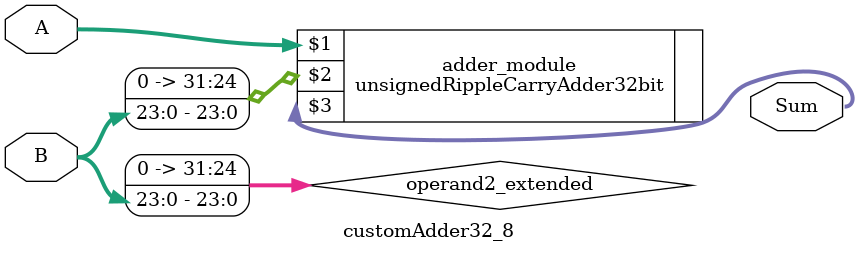
<source format=v>

module customAdder32_8(
                    input [31 : 0] A,
                    input [23 : 0] B,
                    
                    output [32 : 0] Sum
            );

    wire [31 : 0] operand2_extended;
    
    assign operand2_extended =  {8'b0, B};
    
    unsignedRippleCarryAdder32bit adder_module(
        A,
        operand2_extended,
        Sum
    );
    
endmodule
        
</source>
